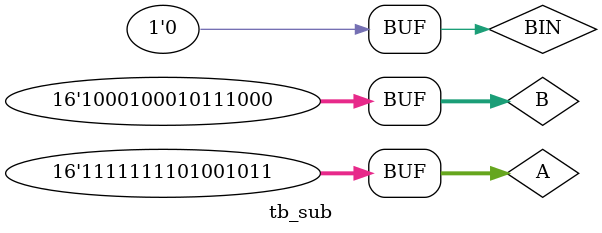
<source format=v>
`timescale 1ps / 1ps


module tb_sub;

	// Inputs
	reg [15:0] A;
	reg [15:0] B;
	reg BIN;

	// Outputs
	wire [15:0] D;
	wire BOUT;

	// Instantiate the Unit Under Test (UUT)
	sub_16 uut (
		.A(A), 
		.B(B), 
		.BIN(BIN), 
		.D(D), 
		.BOUT(BOUT)
	);

	initial begin
		// Initialize Inputs
		A = 4;
		B = 2;
		BIN = 0;

		// Wait 100 ns for global reset to finish
		#100;
		
		
		A = 64;
		B = 30;
		BIN = 0;

		// Wait 100 ns for global reset to finish
		#100;
		

		A = 12000;
		B = 11999;
		BIN = 0;

		// Wait 100 ns for global reset to finish
		#100;


		A = 35000;
		B = 12459;
		BIN = 0;

		// Wait 100 ns for global reset to finish
		#100;


		A = 65355;
		B = 35000;
		BIN = 0;

		// Wait 100 ns for global reset to finish
		#100;			
        
		// Add stimulus here

	end
      
endmodule


</source>
